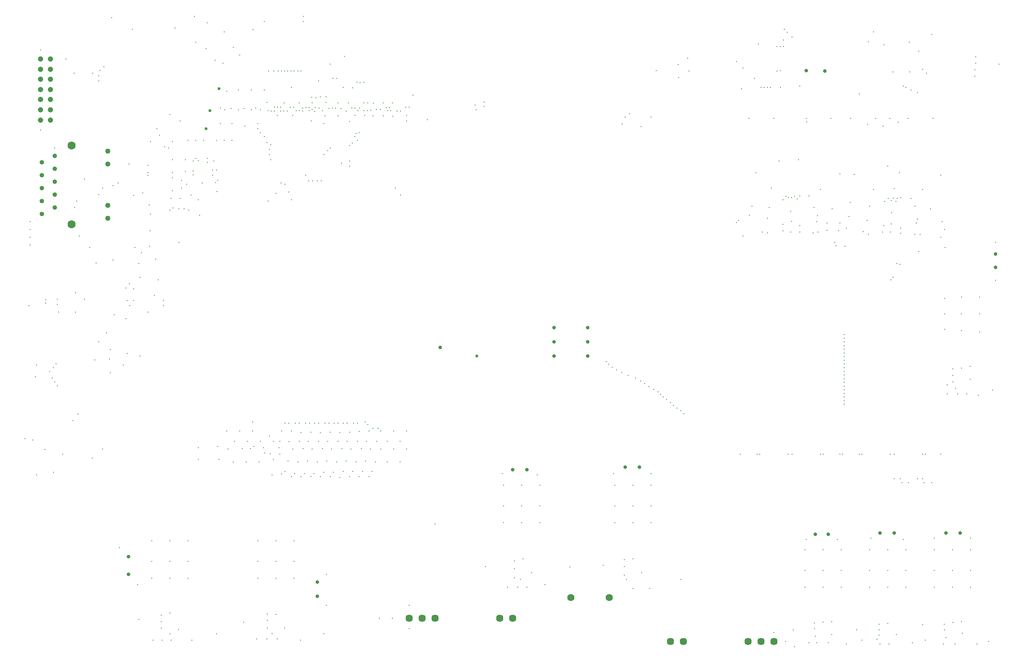
<source format=gbr>
%TF.GenerationSoftware,KiCad,Pcbnew,8.0.5*%
%TF.CreationDate,2025-04-11T15:10:19-05:00*%
%TF.ProjectId,PSEC5_Ctrl_Board,50534543-355f-4437-9472-6c5f426f6172,rev?*%
%TF.SameCoordinates,Original*%
%TF.FileFunction,Plated,1,10,PTH,Drill*%
%TF.FilePolarity,Positive*%
%FSLAX46Y46*%
G04 Gerber Fmt 4.6, Leading zero omitted, Abs format (unit mm)*
G04 Created by KiCad (PCBNEW 8.0.5) date 2025-04-11 15:10:19*
%MOMM*%
%LPD*%
G01*
G04 APERTURE LIST*
%TA.AperFunction,ViaDrill*%
%ADD10C,0.200000*%
%TD*%
%TA.AperFunction,ViaDrill*%
%ADD11C,0.250000*%
%TD*%
%TA.AperFunction,ViaDrill*%
%ADD12C,0.300000*%
%TD*%
%TA.AperFunction,ViaDrill*%
%ADD13C,0.600000*%
%TD*%
%TA.AperFunction,ComponentDrill*%
%ADD14C,0.700000*%
%TD*%
%TA.AperFunction,ComponentDrill*%
%ADD15C,0.900000*%
%TD*%
%TA.AperFunction,ComponentDrill*%
%ADD16C,1.020000*%
%TD*%
%TA.AperFunction,ComponentDrill*%
%ADD17C,1.041400*%
%TD*%
%TA.AperFunction,ComponentDrill*%
%ADD18C,1.400000*%
%TD*%
%TA.AperFunction,ComponentDrill*%
%ADD19C,1.447800*%
%TD*%
%TA.AperFunction,ComponentDrill*%
%ADD20C,1.600000*%
%TD*%
G04 APERTURE END LIST*
D10*
X65786000Y-123444000D03*
X66548000Y-97282000D03*
X66802000Y-80772000D03*
X66802000Y-82296000D03*
X66802000Y-83820000D03*
X66802000Y-85344000D03*
X67310000Y-123698000D03*
X68072000Y-130556000D03*
X68834000Y-46990000D03*
X68834000Y-62738000D03*
X69850000Y-96173997D03*
X69850000Y-96774000D03*
X70612000Y-110236000D03*
X71120000Y-111506000D03*
X71374000Y-109474000D03*
X71628000Y-66294000D03*
X71628000Y-112268000D03*
X71882000Y-108712000D03*
X72136000Y-96012000D03*
X72136000Y-97028000D03*
X72136000Y-113030000D03*
X72390000Y-98552000D03*
X75538254Y-77978000D03*
X75946000Y-76708000D03*
X76200000Y-118618000D03*
X77470000Y-72390000D03*
X79121000Y-51562000D03*
X79502000Y-107950000D03*
X79756000Y-88900000D03*
X80264000Y-75438000D03*
X80264000Y-104394000D03*
X81026000Y-74168000D03*
X81788000Y-102616000D03*
X82419000Y-107819000D03*
X82550000Y-105918000D03*
X82550000Y-110490000D03*
X82804000Y-40640000D03*
X83058000Y-73660000D03*
X84074000Y-73152000D03*
X84328000Y-144886000D03*
X85090000Y-108966000D03*
X85598000Y-93853000D03*
X85598000Y-99822000D03*
X85852000Y-106680000D03*
X86233000Y-69469000D03*
X86868000Y-42926000D03*
X87109624Y-93980000D03*
X87122000Y-75656001D03*
X87376000Y-85852000D03*
X88138000Y-89014300D03*
X88392000Y-107188000D03*
X88928001Y-75155999D03*
X89916000Y-69680999D03*
X89916000Y-71131000D03*
X89916000Y-71628000D03*
X90170000Y-77470000D03*
X90358001Y-82550000D03*
X90424000Y-79248000D03*
X91186000Y-95250000D03*
X91440000Y-88138000D03*
X91694000Y-62484000D03*
X91948000Y-92202000D03*
X92964000Y-96278376D03*
X92964000Y-97282000D03*
X93218000Y-66040000D03*
X93980000Y-66294000D03*
X94234000Y-78486000D03*
X94488000Y-76200000D03*
X94742000Y-65024000D03*
X94742000Y-68580000D03*
X94742000Y-71120000D03*
X94742000Y-72136000D03*
X94742000Y-74676000D03*
X94869000Y-78105000D03*
X95250000Y-42672000D03*
X96012000Y-84836000D03*
X96266000Y-60960000D03*
X96266000Y-76200000D03*
X97282000Y-70866000D03*
X97286000Y-68580000D03*
X97790000Y-64770000D03*
X98806000Y-68834000D03*
X98823280Y-71598472D03*
X99060000Y-40386000D03*
X99314000Y-45466000D03*
X99314000Y-64770000D03*
X99314000Y-68326000D03*
X99806625Y-68823313D03*
X99822000Y-125222000D03*
X99822000Y-127508000D03*
X100838000Y-64770000D03*
X101346000Y-46736000D03*
X101600000Y-41656000D03*
X101600000Y-68326000D03*
X101600000Y-69088000D03*
X102616000Y-70612000D03*
X102616000Y-71630999D03*
X102870000Y-68834000D03*
X103124000Y-49022000D03*
X103210510Y-73071024D03*
X103378000Y-64770000D03*
X103378000Y-70612000D03*
X103632000Y-72644000D03*
X103632000Y-124968000D03*
X103886000Y-127508000D03*
X104140000Y-58420000D03*
X104902000Y-64770000D03*
X105029000Y-58801000D03*
X105664000Y-125476000D03*
X106299000Y-58547000D03*
X106426000Y-64770000D03*
X106939484Y-123963211D03*
X107680617Y-58801000D03*
X107950000Y-48006000D03*
X108444622Y-125424709D03*
X108839000Y-58547000D03*
X109479484Y-123963211D03*
X110109919Y-125462581D03*
X110236000Y-58801000D03*
X110490000Y-120142000D03*
X110590000Y-43080000D03*
X110744000Y-124968000D03*
X111125000Y-58420000D03*
X112014000Y-58801000D03*
X112019484Y-123963211D03*
X112597000Y-125222000D03*
X112776000Y-41402000D03*
X112776000Y-64008000D03*
X112879258Y-126307847D03*
X113284000Y-65229480D03*
X113301236Y-57370706D03*
X113538000Y-59004200D03*
X113538000Y-76708000D03*
X113670500Y-51152375D03*
X113792000Y-66548000D03*
X113792000Y-67564000D03*
X113792000Y-122936000D03*
X113992502Y-126464002D03*
X114046000Y-65622248D03*
X114046000Y-68580000D03*
X114168877Y-59042558D03*
X114554000Y-123952000D03*
X114554000Y-127508000D03*
X114681000Y-51152375D03*
X114782600Y-59055000D03*
X114795139Y-58290455D03*
X115062000Y-75184000D03*
X115330089Y-59900683D03*
X115394426Y-58319750D03*
X115470751Y-51152375D03*
X115645000Y-125222000D03*
X115829484Y-123963211D03*
X115829484Y-126503211D03*
X115993121Y-59064401D03*
X116026416Y-58301389D03*
X116078000Y-73152000D03*
X116147994Y-51152375D03*
X116614825Y-59050953D03*
X116691700Y-57481164D03*
X116747997Y-51152375D03*
X116840000Y-73406000D03*
X116840000Y-120396000D03*
X117279500Y-59081325D03*
X117348000Y-51152375D03*
X117602000Y-74930000D03*
X117602000Y-120396000D03*
X117655983Y-124053386D03*
X117899429Y-58282228D03*
X118017997Y-51152375D03*
X118110000Y-76454000D03*
X118364000Y-125476000D03*
X118381236Y-59910706D03*
X118516400Y-58318400D03*
X118618000Y-51152375D03*
X118872000Y-120396000D03*
X119050998Y-58978425D03*
X119380000Y-51152375D03*
X119634000Y-120396000D03*
X119639484Y-123963211D03*
X119651236Y-57437294D03*
X119656810Y-58973767D03*
X119980003Y-51152375D03*
X120291765Y-59014801D03*
X120370600Y-58420000D03*
X120392561Y-125469268D03*
X120396000Y-41402000D03*
X120523000Y-40386000D03*
X120904000Y-71628000D03*
X120904000Y-120396000D03*
X120995261Y-58380912D03*
X121424951Y-124006148D03*
X121539000Y-72771000D03*
X121595183Y-58963068D03*
X121602170Y-58363108D03*
X121666000Y-120396000D03*
X122018375Y-60960000D03*
X122090858Y-56370155D03*
X122174000Y-58674000D03*
X122174000Y-125476000D03*
X122191236Y-57437294D03*
X122301000Y-72771000D03*
X122682000Y-120396000D03*
X122726837Y-59125707D03*
X122806884Y-58395980D03*
X122936000Y-56388000D03*
X123190000Y-72771000D03*
X123444000Y-53086000D03*
X123444000Y-120396000D03*
X123449484Y-123963211D03*
X123571000Y-58420000D03*
X123825000Y-56261000D03*
X123952000Y-72771000D03*
X124202561Y-125469268D03*
X124206000Y-58928000D03*
X124460000Y-67564000D03*
X124714000Y-120396000D03*
X124731236Y-59977294D03*
X124897382Y-57342862D03*
X124936000Y-56229000D03*
X124968000Y-150114000D03*
X125222000Y-66802000D03*
X125234951Y-124006148D03*
X125476000Y-120396000D03*
X125492630Y-58530370D03*
X125717000Y-49784000D03*
X125730000Y-66294000D03*
X125984000Y-125476000D03*
X126136400Y-58496200D03*
X126238000Y-52578000D03*
X126492000Y-120396000D03*
X126771400Y-58445400D03*
X127005500Y-52583500D03*
X127254000Y-120396000D03*
X127259484Y-123963211D03*
X127271236Y-57437294D03*
X127273997Y-59975855D03*
X127889000Y-58521600D03*
X128012561Y-125469268D03*
X128270000Y-120396000D03*
X128524000Y-48260000D03*
X128905000Y-59055000D03*
X129032000Y-120396000D03*
X129044951Y-124006148D03*
X129284718Y-57439829D03*
X129540000Y-65786000D03*
X129794000Y-125476000D03*
X129981397Y-58420000D03*
X130048000Y-65278000D03*
X130302000Y-120396000D03*
X130556000Y-64008000D03*
X130570089Y-59900683D03*
X130581400Y-58420000D03*
X130828947Y-63473676D03*
X130975500Y-53354996D03*
X131064000Y-64770000D03*
X131064000Y-120396000D03*
X131069484Y-123963211D03*
X131191000Y-59004200D03*
X131445000Y-63274625D03*
X131549296Y-58468156D03*
X131572000Y-53430248D03*
X131822561Y-125469268D03*
X132334000Y-53340000D03*
X132334000Y-58953400D03*
X132351236Y-57437294D03*
X132517382Y-59882862D03*
X132588000Y-120142000D03*
X132854951Y-124006148D03*
X133019800Y-58928000D03*
X133080617Y-57432455D03*
X133096000Y-120650000D03*
X133604000Y-125476000D03*
X133676866Y-58863703D03*
X134112000Y-121412000D03*
X134132334Y-60024330D03*
X134199956Y-57492848D03*
X134797800Y-58724800D03*
X134879484Y-123963211D03*
X135128000Y-121412000D03*
X135559800Y-58674000D03*
X135636000Y-125476000D03*
X136161236Y-59977294D03*
X136161237Y-57437294D03*
X136777541Y-58401167D03*
X136902561Y-123958732D03*
X136982200Y-58978800D03*
X137377101Y-58378134D03*
X137617200Y-58928000D03*
X137942334Y-57484330D03*
X137999625Y-60044394D03*
X138176000Y-125476000D03*
X138853730Y-59065038D03*
X139442561Y-123958732D03*
X139573000Y-59055000D03*
X140551565Y-58276894D03*
X140700617Y-59915545D03*
X140716000Y-60960000D03*
X140716000Y-125476000D03*
X141274800Y-58267600D03*
X144780000Y-60706000D03*
X154210099Y-57879901D03*
X154329190Y-58776810D03*
X155980190Y-58141810D03*
X155995310Y-57237690D03*
X159512000Y-130302000D03*
X166370000Y-130556000D03*
X205510190Y-81001810D03*
X205969810Y-80542190D03*
X206248000Y-126492000D03*
X206502000Y-54610000D03*
X206756000Y-83566000D03*
X208026000Y-79502000D03*
X208534000Y-77724000D03*
X209042000Y-52578000D03*
X209296000Y-71120000D03*
X209550000Y-126492000D03*
X210058000Y-126492000D03*
X210312000Y-54356000D03*
X210947000Y-54356000D03*
X211582000Y-54356000D03*
X211582000Y-83002001D03*
X212217000Y-54356000D03*
X212344000Y-74168000D03*
X213487000Y-46355000D03*
X213487000Y-51181000D03*
X213868000Y-68834000D03*
X214122000Y-46355000D03*
X214122000Y-51054000D03*
X214122000Y-54356000D03*
X214757000Y-45085000D03*
X214757000Y-46355000D03*
X214884000Y-42926000D03*
X215212330Y-75790948D03*
X215519000Y-43561000D03*
X215646000Y-126492000D03*
X215741905Y-76073000D03*
X216345494Y-76071923D03*
X216408000Y-44450000D03*
X216408000Y-126492000D03*
X216902994Y-75850120D03*
X217454400Y-76282022D03*
X217678000Y-68580000D03*
X217932000Y-54102000D03*
X219202000Y-143256000D03*
X219338999Y-61204001D03*
X219710000Y-75692000D03*
X220599000Y-83002001D03*
X221234000Y-80772000D03*
X221996000Y-74422000D03*
X221996000Y-126492000D03*
X222504000Y-126492000D03*
X224282000Y-78232000D03*
X224790000Y-84836000D03*
X225806000Y-71374000D03*
X225806000Y-126492000D03*
X226314000Y-126492000D03*
X227076000Y-82042000D03*
X227584000Y-79756000D03*
X227838000Y-76962000D03*
X228600000Y-71501000D03*
X229616000Y-55626000D03*
X229616000Y-126492000D03*
X230124000Y-126492000D03*
X230426001Y-82755999D03*
X231140000Y-80518000D03*
X231267000Y-61683376D03*
X231394000Y-83235374D03*
X231648000Y-77724000D03*
X231902000Y-143002000D03*
X232410000Y-43434000D03*
X232410000Y-74422000D03*
X234275000Y-61976000D03*
X235204000Y-69850000D03*
X235331000Y-76200000D03*
X235712000Y-126492000D03*
X235839000Y-92218190D03*
X235876775Y-76679917D03*
X236220000Y-51308000D03*
X236270070Y-91692310D03*
X236362275Y-76184725D03*
X236474000Y-126492000D03*
X236474001Y-74295000D03*
X236847774Y-76802114D03*
X237006190Y-89027000D03*
X237064898Y-76242775D03*
X237490000Y-71120000D03*
X237571454Y-89228195D03*
X238252000Y-54102000D03*
X238778907Y-54389000D03*
X239458500Y-45466000D03*
X239522000Y-51308000D03*
X239759500Y-54897000D03*
X239776000Y-76200000D03*
X240538000Y-83256001D03*
X240792000Y-81026000D03*
X241046000Y-55372000D03*
X242042000Y-50833000D03*
X242062000Y-74422000D03*
X242062000Y-126492000D03*
X242570000Y-126492000D03*
X243586000Y-78232000D03*
X244348000Y-143002000D03*
X245618000Y-71628000D03*
X245618000Y-126492000D03*
X245872000Y-80772000D03*
D11*
X98425000Y-75565000D03*
X111506000Y-62484000D03*
X112014000Y-63246000D03*
X127952500Y-69278500D03*
X129540000Y-68834000D03*
X129603500Y-69913500D03*
X138557000Y-74231500D03*
X139573000Y-75565000D03*
D12*
X67817986Y-111252000D03*
X68072000Y-108966000D03*
X69723009Y-125603009D03*
X71374008Y-130047992D03*
X73215000Y-126555000D03*
X73882001Y-48768000D03*
X75184000Y-119887978D03*
X75438000Y-51562000D03*
X75692000Y-94742000D03*
X75692000Y-98552000D03*
X76454000Y-83566000D03*
X77470000Y-96012000D03*
X78486000Y-85852000D03*
X78981000Y-127267000D03*
X80264000Y-52085997D03*
X80264000Y-53086000D03*
X80517990Y-51085999D03*
X81026000Y-125476000D03*
X81280000Y-50292000D03*
X83058000Y-88364301D03*
X83312000Y-99060000D03*
X85852000Y-96266000D03*
X86288999Y-93035001D03*
X86360000Y-97282000D03*
X87122000Y-96266000D03*
X87884000Y-152146000D03*
X88138000Y-159004000D03*
X88392000Y-91694000D03*
X88646000Y-86868000D03*
X89916000Y-98552000D03*
X90295001Y-85661000D03*
X90424000Y-65024000D03*
X90678000Y-143510000D03*
X90678000Y-147574000D03*
X90678000Y-150876000D03*
X90932000Y-163068000D03*
X92265000Y-63817000D03*
X92532200Y-158165800D03*
X92532200Y-159435800D03*
X92532200Y-160705800D03*
X92710000Y-163068000D03*
X94234000Y-59690000D03*
X94234000Y-143510000D03*
X94234000Y-147574000D03*
X94234000Y-150876000D03*
X94234000Y-157734000D03*
X94234000Y-161798000D03*
X94488000Y-163068000D03*
X95949000Y-160973000D03*
X96012000Y-78232000D03*
X96520000Y-72644000D03*
X96520000Y-74168000D03*
X97028000Y-78232000D03*
X97536000Y-73406000D03*
X97790000Y-143510000D03*
X97790000Y-147574000D03*
X97790000Y-150876000D03*
X98005811Y-78486000D03*
X98552000Y-163068000D03*
X98796067Y-70844961D03*
X99822000Y-76454000D03*
X100076000Y-79502000D03*
X100584000Y-73152000D03*
X103378000Y-161798000D03*
X103505000Y-74863000D03*
X104140000Y-61468000D03*
X104648000Y-49657000D03*
X104902000Y-43434000D03*
X105410000Y-121920000D03*
X105415500Y-55123500D03*
X106426000Y-61468000D03*
X106680000Y-46495000D03*
X106680000Y-128016000D03*
X107696000Y-54864000D03*
X107950000Y-121920000D03*
X108712000Y-159512000D03*
X108966000Y-61976000D03*
X109220000Y-128016000D03*
X110236000Y-54864000D03*
X110490000Y-121920000D03*
X111252000Y-162814000D03*
X111506000Y-61468000D03*
X111506000Y-143510000D03*
X111506000Y-147574000D03*
X111506000Y-150876000D03*
X111760000Y-128016000D03*
X112776000Y-54864000D03*
X113284000Y-162814000D03*
X113360200Y-157911800D03*
X113360200Y-159181800D03*
X113360200Y-160705800D03*
X114300000Y-130556000D03*
X114300000Y-161798000D03*
X115062000Y-143510000D03*
X115062000Y-147574000D03*
X115062000Y-150876000D03*
X115062000Y-157988000D03*
X115316000Y-162814000D03*
X116205000Y-130429000D03*
X116210500Y-121920000D03*
X116777000Y-160719000D03*
X116840000Y-129921000D03*
X117480500Y-127883500D03*
X118110000Y-54356000D03*
X118110000Y-121920000D03*
X118110000Y-130937000D03*
X118618000Y-143510000D03*
X118618000Y-147574000D03*
X118618000Y-150876000D03*
X118745000Y-130302000D03*
X119380000Y-128016000D03*
X119888000Y-163068000D03*
X120015000Y-130937000D03*
X120020500Y-122306500D03*
X120650000Y-130302000D03*
X121290500Y-127883500D03*
X121920000Y-122174000D03*
X121920000Y-130937000D03*
X122555000Y-130302000D03*
X123190000Y-128016000D03*
X123825000Y-130937000D03*
X123830500Y-122306500D03*
X124460000Y-61468000D03*
X124460000Y-130048000D03*
X124460000Y-161798000D03*
X124968000Y-156210000D03*
X125100500Y-127883500D03*
X125730000Y-122174000D03*
X125730000Y-130937000D03*
X126365000Y-130048000D03*
X127000000Y-128016000D03*
X127635000Y-131064000D03*
X127640500Y-122306500D03*
X128270000Y-54356000D03*
X128270000Y-129921000D03*
X128910500Y-127883500D03*
X129540000Y-130937000D03*
X129545491Y-122179491D03*
X129545500Y-61087000D03*
X130175000Y-129921000D03*
X130180500Y-54488500D03*
X130810000Y-128016000D03*
X131445000Y-130937000D03*
X131450500Y-122052500D03*
X132080000Y-129921000D03*
X132720500Y-127883500D03*
X133350000Y-121920000D03*
X133350000Y-130937000D03*
X133985000Y-129921000D03*
X134620000Y-128016000D03*
X135382000Y-158750000D03*
X135636000Y-121920000D03*
X136906000Y-128016000D03*
X137922000Y-158750000D03*
X138176000Y-121920000D03*
X139446000Y-128016000D03*
X140716000Y-121920000D03*
X141224000Y-156210000D03*
X141224000Y-160782000D03*
X141986000Y-55880000D03*
X146304000Y-140208000D03*
X156210000Y-148590000D03*
X159766000Y-132588000D03*
X159766000Y-136652000D03*
X159766000Y-139954000D03*
X160528000Y-152654000D03*
X161874200Y-147497800D03*
X161874200Y-149021800D03*
X161874200Y-150799800D03*
X162560000Y-152654000D03*
X163068000Y-151130000D03*
X163322000Y-132588000D03*
X163322000Y-136652000D03*
X163322000Y-139954000D03*
X163576000Y-147066000D03*
X164338000Y-152654000D03*
X165291000Y-149797000D03*
X166878000Y-132588000D03*
X166878000Y-136652000D03*
X166878000Y-139954000D03*
X167894000Y-152146000D03*
X172847000Y-148717000D03*
X179324000Y-148336000D03*
X179959000Y-108293500D03*
X180467000Y-108876500D03*
X181102000Y-109436500D03*
X181356000Y-130302000D03*
X181610000Y-132588000D03*
X181610000Y-136652000D03*
X181610000Y-139954000D03*
X181991000Y-109944500D03*
X183007000Y-110452500D03*
X183089502Y-61550502D03*
X183464200Y-147243800D03*
X183464200Y-148666200D03*
X183464200Y-150291800D03*
X183642000Y-60198000D03*
X183922157Y-151180775D03*
X184277000Y-110998000D03*
X184531000Y-59563000D03*
X185166000Y-132588000D03*
X185166000Y-136652000D03*
X185166000Y-139954000D03*
X185166000Y-147066000D03*
X185166000Y-152908000D03*
X185674000Y-111526753D03*
X186690000Y-112103500D03*
X186817000Y-62103000D03*
X186881000Y-149797000D03*
X187452000Y-112649000D03*
X188341000Y-113246500D03*
X188468000Y-152908000D03*
X188722000Y-60198000D03*
X188722000Y-130302000D03*
X188722000Y-132588000D03*
X188722000Y-136652000D03*
X188722000Y-139954000D03*
X189230000Y-113754500D03*
X189725300Y-51054000D03*
X190119000Y-114262500D03*
X190629232Y-114770500D03*
X191139464Y-115278500D03*
X191770000Y-115786500D03*
X192532000Y-116332000D03*
X193167000Y-116929500D03*
X193821350Y-117475000D03*
X194043300Y-49911000D03*
X194170300Y-52451000D03*
X194564000Y-118020500D03*
X194564000Y-151130000D03*
X195197855Y-118565999D03*
X195906300Y-48641000D03*
X196202300Y-51181000D03*
X205473300Y-49276000D03*
X206756000Y-50546000D03*
X207955000Y-60452000D03*
X209804000Y-45847000D03*
X210566000Y-82804000D03*
X211582000Y-80103500D03*
X211963000Y-77978000D03*
X212845000Y-60452000D03*
X212852000Y-161544000D03*
X214630000Y-76454000D03*
X214630000Y-81280000D03*
X214630000Y-82550000D03*
X215138000Y-163322000D03*
X216154000Y-78740000D03*
X216154000Y-82804000D03*
X216306391Y-80768009D03*
X216662000Y-161036000D03*
X216916000Y-164338000D03*
X217932000Y-75692000D03*
X217932000Y-81534000D03*
X217932000Y-82804000D03*
X218948000Y-145288000D03*
X218948000Y-149352000D03*
X218948000Y-152654000D03*
X219195000Y-60452000D03*
X219710000Y-163576000D03*
X220726000Y-77978000D03*
X220802200Y-159689800D03*
X220802200Y-160782000D03*
X220980000Y-162306000D03*
X221234000Y-163576000D03*
X221394012Y-79662012D03*
X221488000Y-82804000D03*
X222504000Y-145288000D03*
X222504000Y-149352000D03*
X222504000Y-152654000D03*
X222504000Y-159512000D03*
X223266000Y-81026000D03*
X223294000Y-82483123D03*
X223520000Y-163576000D03*
X224085000Y-60452000D03*
X224205800Y-159435800D03*
X224219000Y-161989000D03*
X225044000Y-85552635D03*
X225298000Y-143256000D03*
X225552000Y-82550000D03*
X225806000Y-81026000D03*
X226060000Y-145288000D03*
X226060000Y-149352000D03*
X226060000Y-152654000D03*
X226695000Y-102993973D03*
X226695000Y-103713976D03*
X226695000Y-104433979D03*
X226695000Y-105153982D03*
X226695000Y-105873985D03*
X226695000Y-106593988D03*
X226695000Y-107313991D03*
X226695000Y-108033994D03*
X226695000Y-108753997D03*
X226695000Y-109474000D03*
X226695000Y-110232973D03*
X226695000Y-110952976D03*
X226695000Y-111672979D03*
X226695000Y-112392982D03*
X226695000Y-113112985D03*
X226695000Y-113832988D03*
X226695000Y-114552991D03*
X226695000Y-115272994D03*
X226695000Y-115992997D03*
X226695000Y-116713000D03*
X226822000Y-85662187D03*
X227076000Y-163830000D03*
X227965000Y-60452000D03*
X229108000Y-161036000D03*
X230124000Y-163068000D03*
X231394000Y-45399000D03*
X231648000Y-145288000D03*
X231648000Y-149352000D03*
X231648000Y-152654000D03*
X232855000Y-60452000D03*
X233104592Y-162969556D03*
X233502200Y-159943800D03*
X233502200Y-161036000D03*
X233502200Y-162052000D03*
X233680000Y-163830000D03*
X234188000Y-82804000D03*
X234442000Y-45974000D03*
X234442000Y-81534000D03*
X234665512Y-76804512D03*
X235204000Y-145288000D03*
X235204000Y-149352000D03*
X235204000Y-152654000D03*
X235204000Y-159766000D03*
X235458000Y-163830000D03*
X235665002Y-60452000D03*
X235712000Y-82804000D03*
X235915200Y-81229200D03*
X235966000Y-78994000D03*
X236474000Y-131318000D03*
X236919000Y-161989000D03*
X237236000Y-61214000D03*
X237695625Y-131318000D03*
X237744000Y-76073000D03*
X237744000Y-82042000D03*
X237744000Y-83058000D03*
X237998000Y-132080000D03*
X238252000Y-143256000D03*
X238760000Y-145288000D03*
X238760000Y-149352000D03*
X238760000Y-152654000D03*
X239205000Y-60452000D03*
X239268000Y-132080000D03*
X240030000Y-163576000D03*
X240538000Y-77724000D03*
X241039400Y-80321500D03*
X241046000Y-131318000D03*
X241300000Y-47244000D03*
X241300000Y-86614000D03*
X241554010Y-83312000D03*
X242061942Y-160020000D03*
X242062000Y-131318000D03*
X242316000Y-132080000D03*
X242570000Y-163068000D03*
X242824000Y-51562000D03*
X243840000Y-43942000D03*
X243840000Y-132080000D03*
X244095000Y-60452000D03*
X244348000Y-145288000D03*
X244348000Y-149352000D03*
X244348000Y-152654000D03*
X245618000Y-83820000D03*
X246126000Y-163830000D03*
X246329200Y-159969200D03*
X246380000Y-82296000D03*
X246380000Y-95897700D03*
X246380000Y-98945700D03*
X246380000Y-101993700D03*
X246380000Y-161036000D03*
X246507000Y-85852000D03*
X246634000Y-162560000D03*
X246888000Y-112903000D03*
X246888000Y-114693700D03*
X247904000Y-145288000D03*
X247904000Y-149352000D03*
X247904000Y-152654000D03*
X247980200Y-109791500D03*
X247980200Y-111061500D03*
X247980200Y-112331500D03*
X248031000Y-159639000D03*
X248412000Y-163830000D03*
X248539000Y-113538000D03*
X248920000Y-114693700D03*
X249682000Y-95643700D03*
X249682000Y-98945700D03*
X249682000Y-102247700D03*
X249682000Y-109613700D03*
X249732800Y-159461200D03*
X249873000Y-161735000D03*
X250698000Y-114693700D03*
X251383800Y-109283500D03*
X251397000Y-111836700D03*
X251460000Y-143002000D03*
X251460000Y-145288000D03*
X251460000Y-149352000D03*
X251460000Y-152654000D03*
X252349000Y-50927000D03*
X252349000Y-52197000D03*
X252476000Y-48387000D03*
X252476000Y-49657000D03*
X252730000Y-163830000D03*
X252984000Y-114947700D03*
X253238000Y-95643700D03*
X253238000Y-98945700D03*
X253238000Y-102501700D03*
X255016000Y-163322000D03*
X255778000Y-113919000D03*
X256413000Y-84836000D03*
X256413000Y-92329000D03*
X257047000Y-49784000D03*
D13*
X101346000Y-62484000D03*
X102108000Y-58928000D03*
X103886000Y-54610000D03*
X154559000Y-107188000D03*
D14*
%TO.C,TP23*%
X86106000Y-146664000D03*
%TO.C,TP24*%
X86106000Y-150114000D03*
%TO.C,TP21*%
X123190000Y-151638000D03*
%TO.C,TP22*%
X123190000Y-154432000D03*
%TO.C,TP11*%
X147320000Y-105537000D03*
%TO.C,TP3*%
X161544000Y-129540000D03*
%TO.C,TP4*%
X164338000Y-129540000D03*
%TO.C,TP31*%
X169672000Y-101600000D03*
%TO.C,TP32*%
X169672000Y-104394000D03*
%TO.C,TP33*%
X169672000Y-107188000D03*
%TO.C,TP12*%
X176276000Y-101600000D03*
%TO.C,TP29*%
X176276000Y-104394000D03*
%TO.C,TP30*%
X176276000Y-107188000D03*
%TO.C,TP1*%
X183642000Y-129032000D03*
%TO.C,TP2*%
X186436000Y-129032000D03*
%TO.C,TP19*%
X219202000Y-51054000D03*
%TO.C,TP13*%
X220980000Y-142240000D03*
%TO.C,TP20*%
X222885000Y-51181000D03*
%TO.C,TP14*%
X223520000Y-142240000D03*
%TO.C,TP5*%
X233680000Y-141986000D03*
%TO.C,TP6*%
X236474000Y-141986000D03*
%TO.C,TP7*%
X246634000Y-141986000D03*
%TO.C,TP8*%
X249428000Y-141986000D03*
%TO.C,TP10*%
X256413000Y-87122000D03*
%TO.C,TP9*%
X256413000Y-89789000D03*
D15*
%TO.C,T1*%
X69088000Y-69088000D03*
X69088000Y-71628000D03*
X69088000Y-74168000D03*
X69088000Y-76708000D03*
X69088000Y-79248000D03*
X71628000Y-67818000D03*
X71628000Y-70358000D03*
X71628000Y-72898000D03*
X71628000Y-75438000D03*
X71628000Y-77978000D03*
D16*
X82058000Y-66903000D03*
X82058000Y-69443000D03*
X82058000Y-77623000D03*
X82058000Y-80163000D03*
D17*
%TO.C,J12*%
X68834000Y-48799999D03*
X68834000Y-50800000D03*
X68834000Y-52799999D03*
X68834000Y-54800000D03*
X68834000Y-56800001D03*
X68834000Y-58799999D03*
X68834000Y-60800001D03*
X70834001Y-48799999D03*
X70834001Y-50800000D03*
X70834001Y-52799999D03*
X70834001Y-54800000D03*
X70834001Y-56800001D03*
X70834001Y-58799999D03*
X70834001Y-60800001D03*
D18*
%TO.C,J1*%
X173034000Y-154718500D03*
X180534000Y-154718500D03*
D19*
%TO.C,U5*%
X141224000Y-158750000D03*
X143764000Y-158750000D03*
X146304000Y-158750000D03*
X159004000Y-158750000D03*
X161544000Y-158750000D03*
%TO.C,U16*%
X192532000Y-163322000D03*
X195072000Y-163322000D03*
X207772000Y-163322000D03*
X210312000Y-163322000D03*
X212852000Y-163322000D03*
D20*
%TO.C,T1*%
X74928000Y-65788000D03*
X74928000Y-81278000D03*
M02*

</source>
